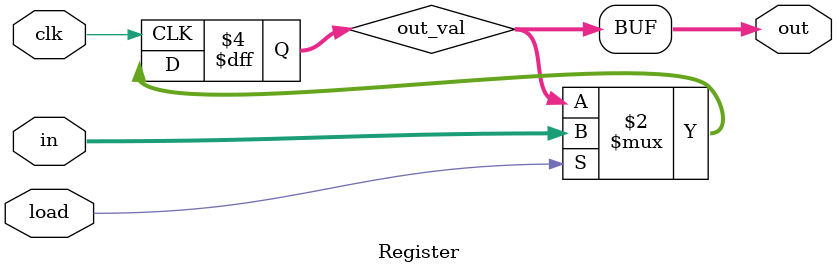
<source format=v>
/**
 * 16-bit register:
 * If load[t] == 1 then out[t+1] = in[t]
 * else out does not change
 */

`default_nettype none

module Register(
	input clk,
	input [15:0] in,
	input load,
	output [15:0] out
);

	// Put your code here:
	reg [15:0] out_val;
	always @(posedge clk) begin
		if(load) out_val<=in;
	end

	assign out = out_val;


endmodule

</source>
